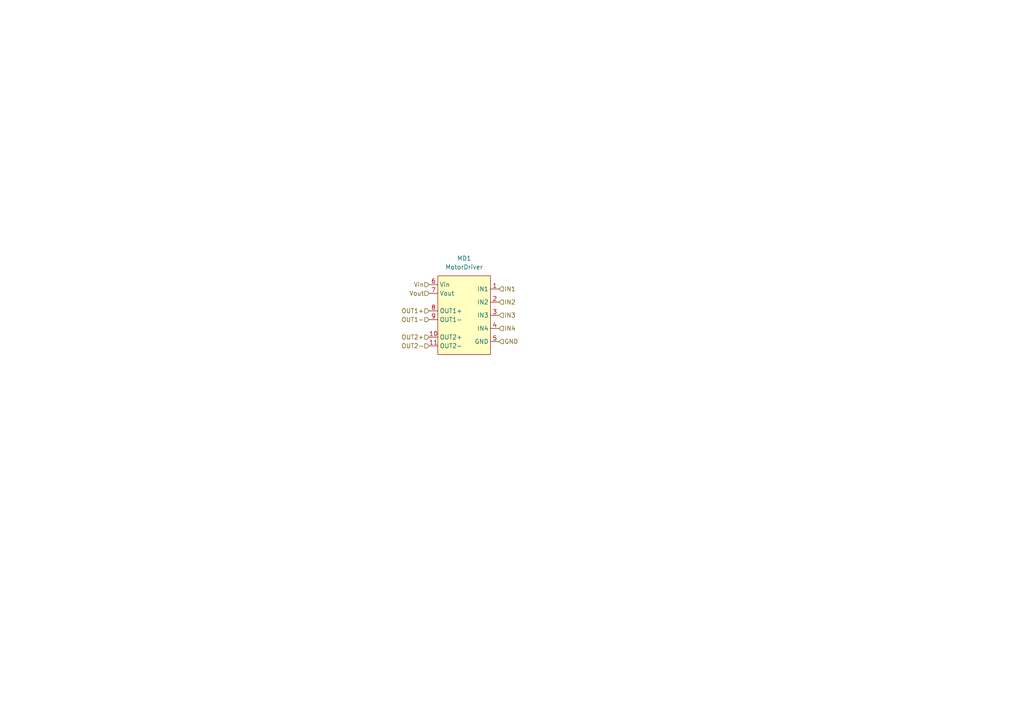
<source format=kicad_sch>
(kicad_sch (version 20250114) (generator "eeschema") (generator_version "9.0")
  (paper "A4")
  (lib_symbols
    (symbol "LibraryforCMG:MotorDriver2out"
      (property "Reference" "MD" (at 0 17.272 0))
      (symbol "MotorDriver2out_1_1"
        (rectangle (start -7.62 11.43) (end 7.62 -11.43) (fill (type background)))
        (pin passive line (at -10.16 8.89 0) (length 2.54) (name "Vin") (number "6"))
        (pin passive line (at -10.16 6.35 0) (length 2.54) (name "Vout") (number "7"))
        (pin passive line (at -10.16 1.27 0) (length 2.54) (name "OUT1+") (number "8"))
        (pin passive line (at -10.16 -1.27 0) (length 2.54) (name "OUT1-") (number "9"))
        (pin passive line (at -10.16 -6.35 0) (length 2.54) (name "OUT2+") (number "10"))
        (pin passive line (at -10.16 -8.89 0) (length 2.54) (name "OUT2-") (number "11"))
        (pin passive line (at 10.16 7.62 180) (length 2.54) (name "IN1") (number "1"))
        (pin passive line (at 10.16 3.81 180) (length 2.54) (name "IN2") (number "2"))
        (pin passive line (at 10.16 0 180) (length 2.54) (name "IN3") (number "3"))
        (pin passive line (at 10.16 -3.81 180) (length 2.54) (name "IN4") (number "4"))
        (pin passive line (at 10.16 -7.62 180) (length 2.54) (name "GND") (number "5"))
      )
    )
  )
  (hierarchical_label "Vin" (shape input) (at 124.46 82.55 180))
  (hierarchical_label "Vout" (shape input) (at 124.46 85.09 180))
  (hierarchical_label "OUT1+" (shape input) (at 124.46 90.17 180))
  (hierarchical_label "OUT1-" (shape input) (at 124.46 92.71 180))
  (hierarchical_label "OUT2+" (shape input) (at 124.46 97.79 180))
  (hierarchical_label "OUT2-" (shape input) (at 124.46 100.33 180))
  (hierarchical_label "IN1" (shape input) (at 144.78 83.82 0))
  (hierarchical_label "IN2" (shape input) (at 144.78 87.63 0))
  (hierarchical_label "IN3" (shape input) (at 144.78 91.44 0))
  (hierarchical_label "IN4" (shape input) (at 144.78 95.25 0))
  (hierarchical_label "GND" (shape input) (at 144.78 99.06 0))
  (symbol (lib_id "LibraryforCMG:MotorDriver2out") (at 134.62 91.44 0) (unit 1)
    (property "Reference" "MD1" (at 134.62 74.93 0))
    (property "Value" "MotorDriver" (at 134.62 77.47 0))
  )
)
</source>
